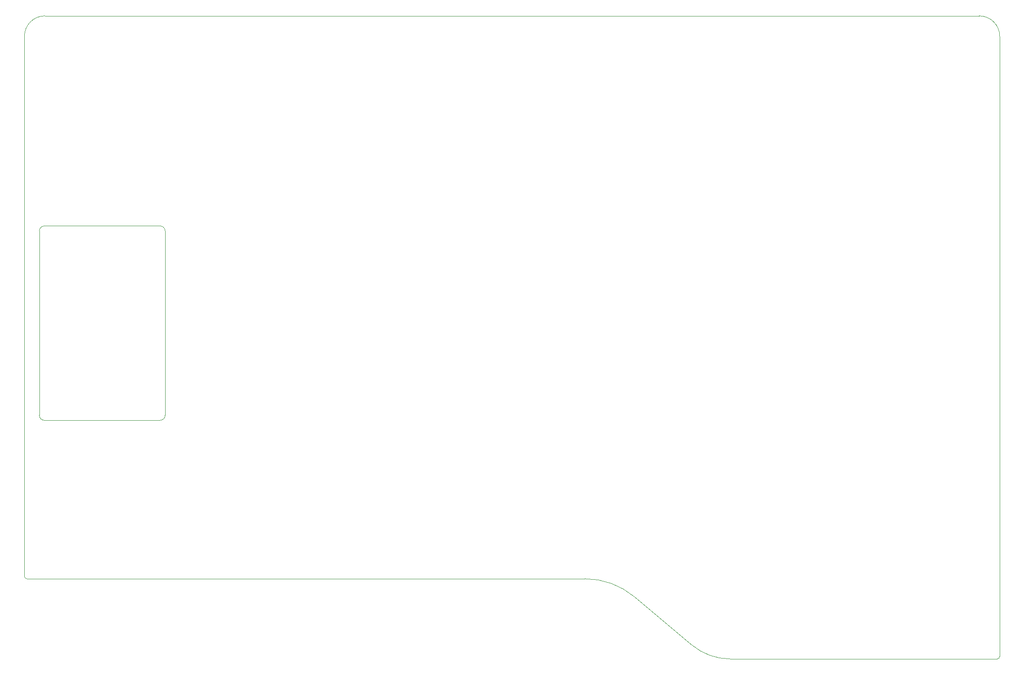
<source format=gbr>
G04 #@! TF.GenerationSoftware,KiCad,Pcbnew,(5.1.5)-3*
G04 #@! TF.CreationDate,2020-05-03T23:18:02-07:00*
G04 #@! TF.ProjectId,left,6c656674-2e6b-4696-9361-645f70636258,rev?*
G04 #@! TF.SameCoordinates,Original*
G04 #@! TF.FileFunction,Profile,NP*
%FSLAX46Y46*%
G04 Gerber Fmt 4.6, Leading zero omitted, Abs format (unit mm)*
G04 Created by KiCad (PCBNEW (5.1.5)-3) date 2020-05-03 23:18:02*
%MOMM*%
%LPD*%
G04 APERTURE LIST*
%ADD10C,0.010000*%
G04 APERTURE END LIST*
D10*
X158667113Y-147719890D02*
X147391814Y-138258790D01*
X166058131Y-150410000D02*
G75*
G02X158667113Y-147719890I0J11498383D01*
G01*
X137750000Y-134749457D02*
G75*
G02X147391814Y-138258790I0J-15000000D01*
G01*
X32188000Y-103791456D02*
G75*
G02X31188000Y-102791456I0J1000000D01*
G01*
X32275000Y-24749457D02*
X214750000Y-24749456D01*
X137750000Y-134749456D02*
X28775000Y-134749457D01*
X31188000Y-66791456D02*
X31188000Y-102791456D01*
X28275000Y-28749457D02*
G75*
G02X32275000Y-24749457I4000000J0D01*
G01*
X28275000Y-134249457D02*
X28275000Y-28749457D01*
X218250000Y-150410000D02*
X166058131Y-150410000D01*
X55758000Y-102791456D02*
G75*
G02X54758000Y-103791456I-1000000J0D01*
G01*
X31188000Y-66791456D02*
G75*
G02X32188000Y-65791456I1000000J0D01*
G01*
X214750000Y-24749456D02*
G75*
G02X218750000Y-28749456I0J-4000000D01*
G01*
X28775000Y-134749457D02*
G75*
G02X28275000Y-134249457I0J500000D01*
G01*
X54758000Y-65791456D02*
X32188000Y-65791456D01*
X55758000Y-102791456D02*
X55758000Y-66791456D01*
X32188000Y-103791456D02*
X54758000Y-103791456D01*
X54758000Y-65791456D02*
G75*
G02X55758000Y-66791456I0J-1000000D01*
G01*
X218750000Y-28749456D02*
X218750000Y-149910000D01*
X218750000Y-149910000D02*
G75*
G02X218250000Y-150410000I-500000J0D01*
G01*
M02*

</source>
